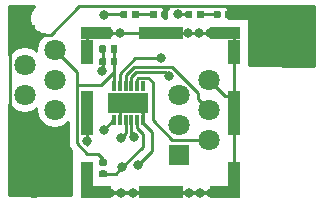
<source format=gbr>
G04 #@! TF.GenerationSoftware,KiCad,Pcbnew,5.1.5-52549c5~84~ubuntu18.04.1*
G04 #@! TF.CreationDate,2020-05-04T21:01:36+02:00*
G04 #@! TF.ProjectId,rs485_adapter,72733438-355f-4616-9461-707465722e6b,rev?*
G04 #@! TF.SameCoordinates,Original*
G04 #@! TF.FileFunction,Copper,L1,Top*
G04 #@! TF.FilePolarity,Positive*
%FSLAX46Y46*%
G04 Gerber Fmt 4.6, Leading zero omitted, Abs format (unit mm)*
G04 Created by KiCad (PCBNEW 5.1.5-52549c5~84~ubuntu18.04.1) date 2020-05-04 21:01:36*
%MOMM*%
%LPD*%
G04 APERTURE LIST*
%ADD10R,1.000000X1.000000*%
%ADD11R,1.650000X1.000000*%
%ADD12R,3.800000X1.000000*%
%ADD13R,1.000000X2.130000*%
%ADD14R,1.000000X3.800000*%
%ADD15C,0.100000*%
%ADD16C,1.800000*%
%ADD17R,1.800000X1.800000*%
%ADD18R,0.304800X0.812800*%
%ADD19R,3.403600X1.803400*%
%ADD20C,4.400000*%
%ADD21C,0.800000*%
%ADD22C,0.250000*%
%ADD23C,0.254000*%
G04 APERTURE END LIST*
D10*
X124875001Y-99395001D03*
X137375001Y-99395001D03*
X137375001Y-112855001D03*
X124875001Y-112855001D03*
D11*
X126200001Y-99395001D03*
X126200001Y-112855001D03*
D12*
X131125001Y-99395001D03*
X131125001Y-112855001D03*
D11*
X136050001Y-99395001D03*
X136050001Y-112855001D03*
D13*
X124875001Y-100960001D03*
X137375001Y-100960001D03*
D14*
X124875001Y-106125001D03*
X137375001Y-106125001D03*
D13*
X124875001Y-111290001D03*
X137375001Y-111290001D03*
G04 #@! TA.AperFunction,SMDPad,CuDef*
D15*
G36*
X127336958Y-101480710D02*
G01*
X127351276Y-101482834D01*
X127365317Y-101486351D01*
X127378946Y-101491228D01*
X127392031Y-101497417D01*
X127404447Y-101504858D01*
X127416073Y-101513481D01*
X127426798Y-101523202D01*
X127436519Y-101533927D01*
X127445142Y-101545553D01*
X127452583Y-101557969D01*
X127458772Y-101571054D01*
X127463649Y-101584683D01*
X127467166Y-101598724D01*
X127469290Y-101613042D01*
X127470000Y-101627500D01*
X127470000Y-101972500D01*
X127469290Y-101986958D01*
X127467166Y-102001276D01*
X127463649Y-102015317D01*
X127458772Y-102028946D01*
X127452583Y-102042031D01*
X127445142Y-102054447D01*
X127436519Y-102066073D01*
X127426798Y-102076798D01*
X127416073Y-102086519D01*
X127404447Y-102095142D01*
X127392031Y-102102583D01*
X127378946Y-102108772D01*
X127365317Y-102113649D01*
X127351276Y-102117166D01*
X127336958Y-102119290D01*
X127322500Y-102120000D01*
X127027500Y-102120000D01*
X127013042Y-102119290D01*
X126998724Y-102117166D01*
X126984683Y-102113649D01*
X126971054Y-102108772D01*
X126957969Y-102102583D01*
X126945553Y-102095142D01*
X126933927Y-102086519D01*
X126923202Y-102076798D01*
X126913481Y-102066073D01*
X126904858Y-102054447D01*
X126897417Y-102042031D01*
X126891228Y-102028946D01*
X126886351Y-102015317D01*
X126882834Y-102001276D01*
X126880710Y-101986958D01*
X126880000Y-101972500D01*
X126880000Y-101627500D01*
X126880710Y-101613042D01*
X126882834Y-101598724D01*
X126886351Y-101584683D01*
X126891228Y-101571054D01*
X126897417Y-101557969D01*
X126904858Y-101545553D01*
X126913481Y-101533927D01*
X126923202Y-101523202D01*
X126933927Y-101513481D01*
X126945553Y-101504858D01*
X126957969Y-101497417D01*
X126971054Y-101491228D01*
X126984683Y-101486351D01*
X126998724Y-101482834D01*
X127013042Y-101480710D01*
X127027500Y-101480000D01*
X127322500Y-101480000D01*
X127336958Y-101480710D01*
G37*
G04 #@! TD.AperFunction*
G04 #@! TA.AperFunction,SMDPad,CuDef*
G36*
X126366958Y-101480710D02*
G01*
X126381276Y-101482834D01*
X126395317Y-101486351D01*
X126408946Y-101491228D01*
X126422031Y-101497417D01*
X126434447Y-101504858D01*
X126446073Y-101513481D01*
X126456798Y-101523202D01*
X126466519Y-101533927D01*
X126475142Y-101545553D01*
X126482583Y-101557969D01*
X126488772Y-101571054D01*
X126493649Y-101584683D01*
X126497166Y-101598724D01*
X126499290Y-101613042D01*
X126500000Y-101627500D01*
X126500000Y-101972500D01*
X126499290Y-101986958D01*
X126497166Y-102001276D01*
X126493649Y-102015317D01*
X126488772Y-102028946D01*
X126482583Y-102042031D01*
X126475142Y-102054447D01*
X126466519Y-102066073D01*
X126456798Y-102076798D01*
X126446073Y-102086519D01*
X126434447Y-102095142D01*
X126422031Y-102102583D01*
X126408946Y-102108772D01*
X126395317Y-102113649D01*
X126381276Y-102117166D01*
X126366958Y-102119290D01*
X126352500Y-102120000D01*
X126057500Y-102120000D01*
X126043042Y-102119290D01*
X126028724Y-102117166D01*
X126014683Y-102113649D01*
X126001054Y-102108772D01*
X125987969Y-102102583D01*
X125975553Y-102095142D01*
X125963927Y-102086519D01*
X125953202Y-102076798D01*
X125943481Y-102066073D01*
X125934858Y-102054447D01*
X125927417Y-102042031D01*
X125921228Y-102028946D01*
X125916351Y-102015317D01*
X125912834Y-102001276D01*
X125910710Y-101986958D01*
X125910000Y-101972500D01*
X125910000Y-101627500D01*
X125910710Y-101613042D01*
X125912834Y-101598724D01*
X125916351Y-101584683D01*
X125921228Y-101571054D01*
X125927417Y-101557969D01*
X125934858Y-101545553D01*
X125943481Y-101533927D01*
X125953202Y-101523202D01*
X125963927Y-101513481D01*
X125975553Y-101504858D01*
X125987969Y-101497417D01*
X126001054Y-101491228D01*
X126014683Y-101486351D01*
X126028724Y-101482834D01*
X126043042Y-101480710D01*
X126057500Y-101480000D01*
X126352500Y-101480000D01*
X126366958Y-101480710D01*
G37*
G04 #@! TD.AperFunction*
G04 #@! TA.AperFunction,SMDPad,CuDef*
G36*
X126366958Y-100405710D02*
G01*
X126381276Y-100407834D01*
X126395317Y-100411351D01*
X126408946Y-100416228D01*
X126422031Y-100422417D01*
X126434447Y-100429858D01*
X126446073Y-100438481D01*
X126456798Y-100448202D01*
X126466519Y-100458927D01*
X126475142Y-100470553D01*
X126482583Y-100482969D01*
X126488772Y-100496054D01*
X126493649Y-100509683D01*
X126497166Y-100523724D01*
X126499290Y-100538042D01*
X126500000Y-100552500D01*
X126500000Y-100897500D01*
X126499290Y-100911958D01*
X126497166Y-100926276D01*
X126493649Y-100940317D01*
X126488772Y-100953946D01*
X126482583Y-100967031D01*
X126475142Y-100979447D01*
X126466519Y-100991073D01*
X126456798Y-101001798D01*
X126446073Y-101011519D01*
X126434447Y-101020142D01*
X126422031Y-101027583D01*
X126408946Y-101033772D01*
X126395317Y-101038649D01*
X126381276Y-101042166D01*
X126366958Y-101044290D01*
X126352500Y-101045000D01*
X126057500Y-101045000D01*
X126043042Y-101044290D01*
X126028724Y-101042166D01*
X126014683Y-101038649D01*
X126001054Y-101033772D01*
X125987969Y-101027583D01*
X125975553Y-101020142D01*
X125963927Y-101011519D01*
X125953202Y-101001798D01*
X125943481Y-100991073D01*
X125934858Y-100979447D01*
X125927417Y-100967031D01*
X125921228Y-100953946D01*
X125916351Y-100940317D01*
X125912834Y-100926276D01*
X125910710Y-100911958D01*
X125910000Y-100897500D01*
X125910000Y-100552500D01*
X125910710Y-100538042D01*
X125912834Y-100523724D01*
X125916351Y-100509683D01*
X125921228Y-100496054D01*
X125927417Y-100482969D01*
X125934858Y-100470553D01*
X125943481Y-100458927D01*
X125953202Y-100448202D01*
X125963927Y-100438481D01*
X125975553Y-100429858D01*
X125987969Y-100422417D01*
X126001054Y-100416228D01*
X126014683Y-100411351D01*
X126028724Y-100407834D01*
X126043042Y-100405710D01*
X126057500Y-100405000D01*
X126352500Y-100405000D01*
X126366958Y-100405710D01*
G37*
G04 #@! TD.AperFunction*
G04 #@! TA.AperFunction,SMDPad,CuDef*
G36*
X127336958Y-100405710D02*
G01*
X127351276Y-100407834D01*
X127365317Y-100411351D01*
X127378946Y-100416228D01*
X127392031Y-100422417D01*
X127404447Y-100429858D01*
X127416073Y-100438481D01*
X127426798Y-100448202D01*
X127436519Y-100458927D01*
X127445142Y-100470553D01*
X127452583Y-100482969D01*
X127458772Y-100496054D01*
X127463649Y-100509683D01*
X127467166Y-100523724D01*
X127469290Y-100538042D01*
X127470000Y-100552500D01*
X127470000Y-100897500D01*
X127469290Y-100911958D01*
X127467166Y-100926276D01*
X127463649Y-100940317D01*
X127458772Y-100953946D01*
X127452583Y-100967031D01*
X127445142Y-100979447D01*
X127436519Y-100991073D01*
X127426798Y-101001798D01*
X127416073Y-101011519D01*
X127404447Y-101020142D01*
X127392031Y-101027583D01*
X127378946Y-101033772D01*
X127365317Y-101038649D01*
X127351276Y-101042166D01*
X127336958Y-101044290D01*
X127322500Y-101045000D01*
X127027500Y-101045000D01*
X127013042Y-101044290D01*
X126998724Y-101042166D01*
X126984683Y-101038649D01*
X126971054Y-101033772D01*
X126957969Y-101027583D01*
X126945553Y-101020142D01*
X126933927Y-101011519D01*
X126923202Y-101001798D01*
X126913481Y-100991073D01*
X126904858Y-100979447D01*
X126897417Y-100967031D01*
X126891228Y-100953946D01*
X126886351Y-100940317D01*
X126882834Y-100926276D01*
X126880710Y-100911958D01*
X126880000Y-100897500D01*
X126880000Y-100552500D01*
X126880710Y-100538042D01*
X126882834Y-100523724D01*
X126886351Y-100509683D01*
X126891228Y-100496054D01*
X126897417Y-100482969D01*
X126904858Y-100470553D01*
X126913481Y-100458927D01*
X126923202Y-100448202D01*
X126933927Y-100438481D01*
X126945553Y-100429858D01*
X126957969Y-100422417D01*
X126971054Y-100416228D01*
X126984683Y-100411351D01*
X126998724Y-100407834D01*
X127013042Y-100405710D01*
X127027500Y-100405000D01*
X127322500Y-100405000D01*
X127336958Y-100405710D01*
G37*
G04 #@! TD.AperFunction*
D16*
X122140000Y-103310000D03*
X119600000Y-102040000D03*
X122140000Y-100770000D03*
D17*
X119600000Y-99500000D03*
D16*
X119600000Y-104580000D03*
X122140000Y-105850000D03*
X135180000Y-103340000D03*
X132640000Y-104610000D03*
D17*
X132640000Y-109690000D03*
D16*
X135180000Y-108420000D03*
X132640000Y-107150000D03*
X135180000Y-105880000D03*
G04 #@! TA.AperFunction,SMDPad,CuDef*
D15*
G36*
X126426958Y-111010710D02*
G01*
X126441276Y-111012834D01*
X126455317Y-111016351D01*
X126468946Y-111021228D01*
X126482031Y-111027417D01*
X126494447Y-111034858D01*
X126506073Y-111043481D01*
X126516798Y-111053202D01*
X126526519Y-111063927D01*
X126535142Y-111075553D01*
X126542583Y-111087969D01*
X126548772Y-111101054D01*
X126553649Y-111114683D01*
X126557166Y-111128724D01*
X126559290Y-111143042D01*
X126560000Y-111157500D01*
X126560000Y-111452500D01*
X126559290Y-111466958D01*
X126557166Y-111481276D01*
X126553649Y-111495317D01*
X126548772Y-111508946D01*
X126542583Y-111522031D01*
X126535142Y-111534447D01*
X126526519Y-111546073D01*
X126516798Y-111556798D01*
X126506073Y-111566519D01*
X126494447Y-111575142D01*
X126482031Y-111582583D01*
X126468946Y-111588772D01*
X126455317Y-111593649D01*
X126441276Y-111597166D01*
X126426958Y-111599290D01*
X126412500Y-111600000D01*
X126067500Y-111600000D01*
X126053042Y-111599290D01*
X126038724Y-111597166D01*
X126024683Y-111593649D01*
X126011054Y-111588772D01*
X125997969Y-111582583D01*
X125985553Y-111575142D01*
X125973927Y-111566519D01*
X125963202Y-111556798D01*
X125953481Y-111546073D01*
X125944858Y-111534447D01*
X125937417Y-111522031D01*
X125931228Y-111508946D01*
X125926351Y-111495317D01*
X125922834Y-111481276D01*
X125920710Y-111466958D01*
X125920000Y-111452500D01*
X125920000Y-111157500D01*
X125920710Y-111143042D01*
X125922834Y-111128724D01*
X125926351Y-111114683D01*
X125931228Y-111101054D01*
X125937417Y-111087969D01*
X125944858Y-111075553D01*
X125953481Y-111063927D01*
X125963202Y-111053202D01*
X125973927Y-111043481D01*
X125985553Y-111034858D01*
X125997969Y-111027417D01*
X126011054Y-111021228D01*
X126024683Y-111016351D01*
X126038724Y-111012834D01*
X126053042Y-111010710D01*
X126067500Y-111010000D01*
X126412500Y-111010000D01*
X126426958Y-111010710D01*
G37*
G04 #@! TD.AperFunction*
G04 #@! TA.AperFunction,SMDPad,CuDef*
G36*
X126426958Y-110040710D02*
G01*
X126441276Y-110042834D01*
X126455317Y-110046351D01*
X126468946Y-110051228D01*
X126482031Y-110057417D01*
X126494447Y-110064858D01*
X126506073Y-110073481D01*
X126516798Y-110083202D01*
X126526519Y-110093927D01*
X126535142Y-110105553D01*
X126542583Y-110117969D01*
X126548772Y-110131054D01*
X126553649Y-110144683D01*
X126557166Y-110158724D01*
X126559290Y-110173042D01*
X126560000Y-110187500D01*
X126560000Y-110482500D01*
X126559290Y-110496958D01*
X126557166Y-110511276D01*
X126553649Y-110525317D01*
X126548772Y-110538946D01*
X126542583Y-110552031D01*
X126535142Y-110564447D01*
X126526519Y-110576073D01*
X126516798Y-110586798D01*
X126506073Y-110596519D01*
X126494447Y-110605142D01*
X126482031Y-110612583D01*
X126468946Y-110618772D01*
X126455317Y-110623649D01*
X126441276Y-110627166D01*
X126426958Y-110629290D01*
X126412500Y-110630000D01*
X126067500Y-110630000D01*
X126053042Y-110629290D01*
X126038724Y-110627166D01*
X126024683Y-110623649D01*
X126011054Y-110618772D01*
X125997969Y-110612583D01*
X125985553Y-110605142D01*
X125973927Y-110596519D01*
X125963202Y-110586798D01*
X125953481Y-110576073D01*
X125944858Y-110564447D01*
X125937417Y-110552031D01*
X125931228Y-110538946D01*
X125926351Y-110525317D01*
X125922834Y-110511276D01*
X125920710Y-110496958D01*
X125920000Y-110482500D01*
X125920000Y-110187500D01*
X125920710Y-110173042D01*
X125922834Y-110158724D01*
X125926351Y-110144683D01*
X125931228Y-110131054D01*
X125937417Y-110117969D01*
X125944858Y-110105553D01*
X125953481Y-110093927D01*
X125963202Y-110083202D01*
X125973927Y-110073481D01*
X125985553Y-110064858D01*
X125997969Y-110057417D01*
X126011054Y-110051228D01*
X126024683Y-110046351D01*
X126038724Y-110042834D01*
X126053042Y-110040710D01*
X126067500Y-110040000D01*
X126412500Y-110040000D01*
X126426958Y-110040710D01*
G37*
G04 #@! TD.AperFunction*
D18*
X127150000Y-106767800D03*
X127650000Y-106767800D03*
X128150000Y-106767800D03*
X128650000Y-106767800D03*
X129150000Y-106767800D03*
X129650000Y-106767800D03*
X129650000Y-103872200D03*
X129150000Y-103872200D03*
X128650000Y-103872200D03*
X128150000Y-103872200D03*
X127650000Y-103872200D03*
X127150000Y-103872200D03*
D19*
X128400000Y-105320000D03*
G04 #@! TA.AperFunction,SMDPad,CuDef*
D15*
G36*
X137046958Y-97480710D02*
G01*
X137061276Y-97482834D01*
X137075317Y-97486351D01*
X137088946Y-97491228D01*
X137102031Y-97497417D01*
X137114447Y-97504858D01*
X137126073Y-97513481D01*
X137136798Y-97523202D01*
X137146519Y-97533927D01*
X137155142Y-97545553D01*
X137162583Y-97557969D01*
X137168772Y-97571054D01*
X137173649Y-97584683D01*
X137177166Y-97598724D01*
X137179290Y-97613042D01*
X137180000Y-97627500D01*
X137180000Y-97972500D01*
X137179290Y-97986958D01*
X137177166Y-98001276D01*
X137173649Y-98015317D01*
X137168772Y-98028946D01*
X137162583Y-98042031D01*
X137155142Y-98054447D01*
X137146519Y-98066073D01*
X137136798Y-98076798D01*
X137126073Y-98086519D01*
X137114447Y-98095142D01*
X137102031Y-98102583D01*
X137088946Y-98108772D01*
X137075317Y-98113649D01*
X137061276Y-98117166D01*
X137046958Y-98119290D01*
X137032500Y-98120000D01*
X136737500Y-98120000D01*
X136723042Y-98119290D01*
X136708724Y-98117166D01*
X136694683Y-98113649D01*
X136681054Y-98108772D01*
X136667969Y-98102583D01*
X136655553Y-98095142D01*
X136643927Y-98086519D01*
X136633202Y-98076798D01*
X136623481Y-98066073D01*
X136614858Y-98054447D01*
X136607417Y-98042031D01*
X136601228Y-98028946D01*
X136596351Y-98015317D01*
X136592834Y-98001276D01*
X136590710Y-97986958D01*
X136590000Y-97972500D01*
X136590000Y-97627500D01*
X136590710Y-97613042D01*
X136592834Y-97598724D01*
X136596351Y-97584683D01*
X136601228Y-97571054D01*
X136607417Y-97557969D01*
X136614858Y-97545553D01*
X136623481Y-97533927D01*
X136633202Y-97523202D01*
X136643927Y-97513481D01*
X136655553Y-97504858D01*
X136667969Y-97497417D01*
X136681054Y-97491228D01*
X136694683Y-97486351D01*
X136708724Y-97482834D01*
X136723042Y-97480710D01*
X136737500Y-97480000D01*
X137032500Y-97480000D01*
X137046958Y-97480710D01*
G37*
G04 #@! TD.AperFunction*
G04 #@! TA.AperFunction,SMDPad,CuDef*
G36*
X136076958Y-97480710D02*
G01*
X136091276Y-97482834D01*
X136105317Y-97486351D01*
X136118946Y-97491228D01*
X136132031Y-97497417D01*
X136144447Y-97504858D01*
X136156073Y-97513481D01*
X136166798Y-97523202D01*
X136176519Y-97533927D01*
X136185142Y-97545553D01*
X136192583Y-97557969D01*
X136198772Y-97571054D01*
X136203649Y-97584683D01*
X136207166Y-97598724D01*
X136209290Y-97613042D01*
X136210000Y-97627500D01*
X136210000Y-97972500D01*
X136209290Y-97986958D01*
X136207166Y-98001276D01*
X136203649Y-98015317D01*
X136198772Y-98028946D01*
X136192583Y-98042031D01*
X136185142Y-98054447D01*
X136176519Y-98066073D01*
X136166798Y-98076798D01*
X136156073Y-98086519D01*
X136144447Y-98095142D01*
X136132031Y-98102583D01*
X136118946Y-98108772D01*
X136105317Y-98113649D01*
X136091276Y-98117166D01*
X136076958Y-98119290D01*
X136062500Y-98120000D01*
X135767500Y-98120000D01*
X135753042Y-98119290D01*
X135738724Y-98117166D01*
X135724683Y-98113649D01*
X135711054Y-98108772D01*
X135697969Y-98102583D01*
X135685553Y-98095142D01*
X135673927Y-98086519D01*
X135663202Y-98076798D01*
X135653481Y-98066073D01*
X135644858Y-98054447D01*
X135637417Y-98042031D01*
X135631228Y-98028946D01*
X135626351Y-98015317D01*
X135622834Y-98001276D01*
X135620710Y-97986958D01*
X135620000Y-97972500D01*
X135620000Y-97627500D01*
X135620710Y-97613042D01*
X135622834Y-97598724D01*
X135626351Y-97584683D01*
X135631228Y-97571054D01*
X135637417Y-97557969D01*
X135644858Y-97545553D01*
X135653481Y-97533927D01*
X135663202Y-97523202D01*
X135673927Y-97513481D01*
X135685553Y-97504858D01*
X135697969Y-97497417D01*
X135711054Y-97491228D01*
X135724683Y-97486351D01*
X135738724Y-97482834D01*
X135753042Y-97480710D01*
X135767500Y-97480000D01*
X136062500Y-97480000D01*
X136076958Y-97480710D01*
G37*
G04 #@! TD.AperFunction*
G04 #@! TA.AperFunction,SMDPad,CuDef*
G36*
X130676958Y-97480710D02*
G01*
X130691276Y-97482834D01*
X130705317Y-97486351D01*
X130718946Y-97491228D01*
X130732031Y-97497417D01*
X130744447Y-97504858D01*
X130756073Y-97513481D01*
X130766798Y-97523202D01*
X130776519Y-97533927D01*
X130785142Y-97545553D01*
X130792583Y-97557969D01*
X130798772Y-97571054D01*
X130803649Y-97584683D01*
X130807166Y-97598724D01*
X130809290Y-97613042D01*
X130810000Y-97627500D01*
X130810000Y-97972500D01*
X130809290Y-97986958D01*
X130807166Y-98001276D01*
X130803649Y-98015317D01*
X130798772Y-98028946D01*
X130792583Y-98042031D01*
X130785142Y-98054447D01*
X130776519Y-98066073D01*
X130766798Y-98076798D01*
X130756073Y-98086519D01*
X130744447Y-98095142D01*
X130732031Y-98102583D01*
X130718946Y-98108772D01*
X130705317Y-98113649D01*
X130691276Y-98117166D01*
X130676958Y-98119290D01*
X130662500Y-98120000D01*
X130367500Y-98120000D01*
X130353042Y-98119290D01*
X130338724Y-98117166D01*
X130324683Y-98113649D01*
X130311054Y-98108772D01*
X130297969Y-98102583D01*
X130285553Y-98095142D01*
X130273927Y-98086519D01*
X130263202Y-98076798D01*
X130253481Y-98066073D01*
X130244858Y-98054447D01*
X130237417Y-98042031D01*
X130231228Y-98028946D01*
X130226351Y-98015317D01*
X130222834Y-98001276D01*
X130220710Y-97986958D01*
X130220000Y-97972500D01*
X130220000Y-97627500D01*
X130220710Y-97613042D01*
X130222834Y-97598724D01*
X130226351Y-97584683D01*
X130231228Y-97571054D01*
X130237417Y-97557969D01*
X130244858Y-97545553D01*
X130253481Y-97533927D01*
X130263202Y-97523202D01*
X130273927Y-97513481D01*
X130285553Y-97504858D01*
X130297969Y-97497417D01*
X130311054Y-97491228D01*
X130324683Y-97486351D01*
X130338724Y-97482834D01*
X130353042Y-97480710D01*
X130367500Y-97480000D01*
X130662500Y-97480000D01*
X130676958Y-97480710D01*
G37*
G04 #@! TD.AperFunction*
G04 #@! TA.AperFunction,SMDPad,CuDef*
G36*
X131646958Y-97480710D02*
G01*
X131661276Y-97482834D01*
X131675317Y-97486351D01*
X131688946Y-97491228D01*
X131702031Y-97497417D01*
X131714447Y-97504858D01*
X131726073Y-97513481D01*
X131736798Y-97523202D01*
X131746519Y-97533927D01*
X131755142Y-97545553D01*
X131762583Y-97557969D01*
X131768772Y-97571054D01*
X131773649Y-97584683D01*
X131777166Y-97598724D01*
X131779290Y-97613042D01*
X131780000Y-97627500D01*
X131780000Y-97972500D01*
X131779290Y-97986958D01*
X131777166Y-98001276D01*
X131773649Y-98015317D01*
X131768772Y-98028946D01*
X131762583Y-98042031D01*
X131755142Y-98054447D01*
X131746519Y-98066073D01*
X131736798Y-98076798D01*
X131726073Y-98086519D01*
X131714447Y-98095142D01*
X131702031Y-98102583D01*
X131688946Y-98108772D01*
X131675317Y-98113649D01*
X131661276Y-98117166D01*
X131646958Y-98119290D01*
X131632500Y-98120000D01*
X131337500Y-98120000D01*
X131323042Y-98119290D01*
X131308724Y-98117166D01*
X131294683Y-98113649D01*
X131281054Y-98108772D01*
X131267969Y-98102583D01*
X131255553Y-98095142D01*
X131243927Y-98086519D01*
X131233202Y-98076798D01*
X131223481Y-98066073D01*
X131214858Y-98054447D01*
X131207417Y-98042031D01*
X131201228Y-98028946D01*
X131196351Y-98015317D01*
X131192834Y-98001276D01*
X131190710Y-97986958D01*
X131190000Y-97972500D01*
X131190000Y-97627500D01*
X131190710Y-97613042D01*
X131192834Y-97598724D01*
X131196351Y-97584683D01*
X131201228Y-97571054D01*
X131207417Y-97557969D01*
X131214858Y-97545553D01*
X131223481Y-97533927D01*
X131233202Y-97523202D01*
X131243927Y-97513481D01*
X131255553Y-97504858D01*
X131267969Y-97497417D01*
X131281054Y-97491228D01*
X131294683Y-97486351D01*
X131308724Y-97482834D01*
X131323042Y-97480710D01*
X131337500Y-97480000D01*
X131632500Y-97480000D01*
X131646958Y-97480710D01*
G37*
G04 #@! TD.AperFunction*
D20*
X120375000Y-111150000D03*
X141475000Y-99675000D03*
G04 #@! TA.AperFunction,SMDPad,CuDef*
D15*
G36*
X134646958Y-97480710D02*
G01*
X134661276Y-97482834D01*
X134675317Y-97486351D01*
X134688946Y-97491228D01*
X134702031Y-97497417D01*
X134714447Y-97504858D01*
X134726073Y-97513481D01*
X134736798Y-97523202D01*
X134746519Y-97533927D01*
X134755142Y-97545553D01*
X134762583Y-97557969D01*
X134768772Y-97571054D01*
X134773649Y-97584683D01*
X134777166Y-97598724D01*
X134779290Y-97613042D01*
X134780000Y-97627500D01*
X134780000Y-97972500D01*
X134779290Y-97986958D01*
X134777166Y-98001276D01*
X134773649Y-98015317D01*
X134768772Y-98028946D01*
X134762583Y-98042031D01*
X134755142Y-98054447D01*
X134746519Y-98066073D01*
X134736798Y-98076798D01*
X134726073Y-98086519D01*
X134714447Y-98095142D01*
X134702031Y-98102583D01*
X134688946Y-98108772D01*
X134675317Y-98113649D01*
X134661276Y-98117166D01*
X134646958Y-98119290D01*
X134632500Y-98120000D01*
X134337500Y-98120000D01*
X134323042Y-98119290D01*
X134308724Y-98117166D01*
X134294683Y-98113649D01*
X134281054Y-98108772D01*
X134267969Y-98102583D01*
X134255553Y-98095142D01*
X134243927Y-98086519D01*
X134233202Y-98076798D01*
X134223481Y-98066073D01*
X134214858Y-98054447D01*
X134207417Y-98042031D01*
X134201228Y-98028946D01*
X134196351Y-98015317D01*
X134192834Y-98001276D01*
X134190710Y-97986958D01*
X134190000Y-97972500D01*
X134190000Y-97627500D01*
X134190710Y-97613042D01*
X134192834Y-97598724D01*
X134196351Y-97584683D01*
X134201228Y-97571054D01*
X134207417Y-97557969D01*
X134214858Y-97545553D01*
X134223481Y-97533927D01*
X134233202Y-97523202D01*
X134243927Y-97513481D01*
X134255553Y-97504858D01*
X134267969Y-97497417D01*
X134281054Y-97491228D01*
X134294683Y-97486351D01*
X134308724Y-97482834D01*
X134323042Y-97480710D01*
X134337500Y-97480000D01*
X134632500Y-97480000D01*
X134646958Y-97480710D01*
G37*
G04 #@! TD.AperFunction*
G04 #@! TA.AperFunction,SMDPad,CuDef*
G36*
X133676958Y-97480710D02*
G01*
X133691276Y-97482834D01*
X133705317Y-97486351D01*
X133718946Y-97491228D01*
X133732031Y-97497417D01*
X133744447Y-97504858D01*
X133756073Y-97513481D01*
X133766798Y-97523202D01*
X133776519Y-97533927D01*
X133785142Y-97545553D01*
X133792583Y-97557969D01*
X133798772Y-97571054D01*
X133803649Y-97584683D01*
X133807166Y-97598724D01*
X133809290Y-97613042D01*
X133810000Y-97627500D01*
X133810000Y-97972500D01*
X133809290Y-97986958D01*
X133807166Y-98001276D01*
X133803649Y-98015317D01*
X133798772Y-98028946D01*
X133792583Y-98042031D01*
X133785142Y-98054447D01*
X133776519Y-98066073D01*
X133766798Y-98076798D01*
X133756073Y-98086519D01*
X133744447Y-98095142D01*
X133732031Y-98102583D01*
X133718946Y-98108772D01*
X133705317Y-98113649D01*
X133691276Y-98117166D01*
X133676958Y-98119290D01*
X133662500Y-98120000D01*
X133367500Y-98120000D01*
X133353042Y-98119290D01*
X133338724Y-98117166D01*
X133324683Y-98113649D01*
X133311054Y-98108772D01*
X133297969Y-98102583D01*
X133285553Y-98095142D01*
X133273927Y-98086519D01*
X133263202Y-98076798D01*
X133253481Y-98066073D01*
X133244858Y-98054447D01*
X133237417Y-98042031D01*
X133231228Y-98028946D01*
X133226351Y-98015317D01*
X133222834Y-98001276D01*
X133220710Y-97986958D01*
X133220000Y-97972500D01*
X133220000Y-97627500D01*
X133220710Y-97613042D01*
X133222834Y-97598724D01*
X133226351Y-97584683D01*
X133231228Y-97571054D01*
X133237417Y-97557969D01*
X133244858Y-97545553D01*
X133253481Y-97533927D01*
X133263202Y-97523202D01*
X133273927Y-97513481D01*
X133285553Y-97504858D01*
X133297969Y-97497417D01*
X133311054Y-97491228D01*
X133324683Y-97486351D01*
X133338724Y-97482834D01*
X133353042Y-97480710D01*
X133367500Y-97480000D01*
X133662500Y-97480000D01*
X133676958Y-97480710D01*
G37*
G04 #@! TD.AperFunction*
G04 #@! TA.AperFunction,SMDPad,CuDef*
G36*
X128176958Y-97480710D02*
G01*
X128191276Y-97482834D01*
X128205317Y-97486351D01*
X128218946Y-97491228D01*
X128232031Y-97497417D01*
X128244447Y-97504858D01*
X128256073Y-97513481D01*
X128266798Y-97523202D01*
X128276519Y-97533927D01*
X128285142Y-97545553D01*
X128292583Y-97557969D01*
X128298772Y-97571054D01*
X128303649Y-97584683D01*
X128307166Y-97598724D01*
X128309290Y-97613042D01*
X128310000Y-97627500D01*
X128310000Y-97972500D01*
X128309290Y-97986958D01*
X128307166Y-98001276D01*
X128303649Y-98015317D01*
X128298772Y-98028946D01*
X128292583Y-98042031D01*
X128285142Y-98054447D01*
X128276519Y-98066073D01*
X128266798Y-98076798D01*
X128256073Y-98086519D01*
X128244447Y-98095142D01*
X128232031Y-98102583D01*
X128218946Y-98108772D01*
X128205317Y-98113649D01*
X128191276Y-98117166D01*
X128176958Y-98119290D01*
X128162500Y-98120000D01*
X127867500Y-98120000D01*
X127853042Y-98119290D01*
X127838724Y-98117166D01*
X127824683Y-98113649D01*
X127811054Y-98108772D01*
X127797969Y-98102583D01*
X127785553Y-98095142D01*
X127773927Y-98086519D01*
X127763202Y-98076798D01*
X127753481Y-98066073D01*
X127744858Y-98054447D01*
X127737417Y-98042031D01*
X127731228Y-98028946D01*
X127726351Y-98015317D01*
X127722834Y-98001276D01*
X127720710Y-97986958D01*
X127720000Y-97972500D01*
X127720000Y-97627500D01*
X127720710Y-97613042D01*
X127722834Y-97598724D01*
X127726351Y-97584683D01*
X127731228Y-97571054D01*
X127737417Y-97557969D01*
X127744858Y-97545553D01*
X127753481Y-97533927D01*
X127763202Y-97523202D01*
X127773927Y-97513481D01*
X127785553Y-97504858D01*
X127797969Y-97497417D01*
X127811054Y-97491228D01*
X127824683Y-97486351D01*
X127838724Y-97482834D01*
X127853042Y-97480710D01*
X127867500Y-97480000D01*
X128162500Y-97480000D01*
X128176958Y-97480710D01*
G37*
G04 #@! TD.AperFunction*
G04 #@! TA.AperFunction,SMDPad,CuDef*
G36*
X129146958Y-97480710D02*
G01*
X129161276Y-97482834D01*
X129175317Y-97486351D01*
X129188946Y-97491228D01*
X129202031Y-97497417D01*
X129214447Y-97504858D01*
X129226073Y-97513481D01*
X129236798Y-97523202D01*
X129246519Y-97533927D01*
X129255142Y-97545553D01*
X129262583Y-97557969D01*
X129268772Y-97571054D01*
X129273649Y-97584683D01*
X129277166Y-97598724D01*
X129279290Y-97613042D01*
X129280000Y-97627500D01*
X129280000Y-97972500D01*
X129279290Y-97986958D01*
X129277166Y-98001276D01*
X129273649Y-98015317D01*
X129268772Y-98028946D01*
X129262583Y-98042031D01*
X129255142Y-98054447D01*
X129246519Y-98066073D01*
X129236798Y-98076798D01*
X129226073Y-98086519D01*
X129214447Y-98095142D01*
X129202031Y-98102583D01*
X129188946Y-98108772D01*
X129175317Y-98113649D01*
X129161276Y-98117166D01*
X129146958Y-98119290D01*
X129132500Y-98120000D01*
X128837500Y-98120000D01*
X128823042Y-98119290D01*
X128808724Y-98117166D01*
X128794683Y-98113649D01*
X128781054Y-98108772D01*
X128767969Y-98102583D01*
X128755553Y-98095142D01*
X128743927Y-98086519D01*
X128733202Y-98076798D01*
X128723481Y-98066073D01*
X128714858Y-98054447D01*
X128707417Y-98042031D01*
X128701228Y-98028946D01*
X128696351Y-98015317D01*
X128692834Y-98001276D01*
X128690710Y-97986958D01*
X128690000Y-97972500D01*
X128690000Y-97627500D01*
X128690710Y-97613042D01*
X128692834Y-97598724D01*
X128696351Y-97584683D01*
X128701228Y-97571054D01*
X128707417Y-97557969D01*
X128714858Y-97545553D01*
X128723481Y-97533927D01*
X128733202Y-97523202D01*
X128743927Y-97513481D01*
X128755553Y-97504858D01*
X128767969Y-97497417D01*
X128781054Y-97491228D01*
X128794683Y-97486351D01*
X128808724Y-97482834D01*
X128823042Y-97480710D01*
X128837500Y-97480000D01*
X129132500Y-97480000D01*
X129146958Y-97480710D01*
G37*
G04 #@! TD.AperFunction*
D21*
X126160000Y-102630000D03*
X129210000Y-110580000D03*
X137400000Y-101300000D03*
X137400000Y-100300000D03*
X124900000Y-101400000D03*
X124900000Y-100400000D03*
X124900000Y-111100000D03*
X124900000Y-112000000D03*
X124900000Y-106600000D03*
X124900000Y-107500000D03*
X124900000Y-105600000D03*
X124900000Y-104700000D03*
X137400000Y-104700000D03*
X137400000Y-105600000D03*
X137400000Y-106600000D03*
X137400000Y-107500000D03*
X137400000Y-112000000D03*
X125900000Y-112895001D03*
X135400000Y-112895001D03*
X134475001Y-112895001D03*
X126875001Y-112895001D03*
X133500000Y-112895001D03*
X128775001Y-112895001D03*
X129700000Y-112895001D03*
X137300000Y-112895001D03*
X130675001Y-112895001D03*
X127800000Y-112895001D03*
X131600000Y-112895001D03*
X132575001Y-112895001D03*
X136375001Y-112895001D03*
X124975001Y-112895001D03*
X137200000Y-99395001D03*
X136275001Y-99395001D03*
X133400000Y-99395001D03*
X134375001Y-99395001D03*
X135300000Y-99395001D03*
X129600000Y-99395001D03*
X130575001Y-99395001D03*
X131500000Y-99395001D03*
X127700000Y-99395001D03*
X126775001Y-99395001D03*
X124875001Y-99395001D03*
X125800000Y-99395001D03*
X137375001Y-111100000D03*
X124900000Y-108500000D03*
X126300000Y-107560000D03*
X126370000Y-97880000D03*
X128890247Y-108189753D03*
X132600000Y-97799999D03*
X127760000Y-108250000D03*
X131120000Y-101515773D03*
X131863848Y-103046152D03*
X127870000Y-110750000D03*
D22*
X122140000Y-100770000D02*
X124015010Y-102645010D01*
X124916998Y-109590000D02*
X124015010Y-108688012D01*
X125790000Y-109590000D02*
X124916998Y-109590000D01*
X126240000Y-110040000D02*
X125790000Y-109590000D01*
X126240000Y-110335000D02*
X126240000Y-110040000D01*
X127175000Y-102120000D02*
X127175000Y-101800000D01*
X126097992Y-103765010D02*
X127175000Y-102688002D01*
X127175000Y-102688002D02*
X127175000Y-102120000D01*
X124015010Y-103765010D02*
X126097992Y-103765010D01*
X124015010Y-103765010D02*
X124015010Y-102645010D01*
X124015010Y-108688012D02*
X124015010Y-103765010D01*
X127150000Y-103215800D02*
X127150000Y-103872200D01*
X127150000Y-101070000D02*
X127150000Y-103215800D01*
X127175000Y-101045000D02*
X127150000Y-101070000D01*
X127175000Y-100725000D02*
X127175000Y-101045000D01*
X120375000Y-108038731D02*
X120375000Y-111150000D01*
X118374999Y-99575001D02*
X118374999Y-106038730D01*
X118374999Y-106038730D02*
X120375000Y-108038731D01*
X118450000Y-99500000D02*
X118374999Y-99575001D01*
X119600000Y-99500000D02*
X118450000Y-99500000D01*
X138874999Y-97074999D02*
X139275001Y-97475001D01*
X139275001Y-97475001D02*
X141475000Y-99675000D01*
X121800000Y-99500000D02*
X124225001Y-97074999D01*
X119600000Y-99500000D02*
X121800000Y-99500000D01*
X131485000Y-97089999D02*
X131500000Y-97074999D01*
X131485000Y-97800000D02*
X131485000Y-97089999D01*
X124225001Y-97074999D02*
X131500000Y-97074999D01*
X136885000Y-97380000D02*
X136900000Y-97365000D01*
X136885000Y-97800000D02*
X136885000Y-97380000D01*
X136900000Y-97365000D02*
X136900000Y-97074999D01*
X131500000Y-97074999D02*
X136900000Y-97074999D01*
X136900000Y-97074999D02*
X138874999Y-97074999D01*
X126205000Y-100725000D02*
X126205000Y-101800000D01*
X126205000Y-101800000D02*
X126205000Y-102585000D01*
X126205000Y-102585000D02*
X126160000Y-102630000D01*
X129210000Y-110580000D02*
X130390000Y-109400000D01*
X130390000Y-107761800D02*
X129650000Y-107021800D01*
X129650000Y-107021800D02*
X129650000Y-106767800D01*
X130390000Y-109400000D02*
X130390000Y-107761800D01*
X128846002Y-105320000D02*
X128400000Y-105320000D01*
X129650000Y-106123998D02*
X128846002Y-105320000D01*
X129650000Y-106767800D02*
X129650000Y-106123998D01*
X127650000Y-106070000D02*
X128400000Y-105320000D01*
X127650000Y-106767800D02*
X127650000Y-106070000D01*
X126800000Y-112895001D02*
X131225001Y-112895001D01*
X133375001Y-112895001D02*
X137475001Y-112895001D01*
X124975001Y-112895001D02*
X124975001Y-112895001D01*
X124975001Y-112895001D02*
X125900000Y-112895001D01*
X131225001Y-112895001D02*
X133375001Y-112895001D01*
X125900000Y-112895001D02*
X126800000Y-112895001D01*
X124875001Y-99395001D02*
X124875001Y-99395001D01*
X133275001Y-99395001D02*
X137375001Y-99395001D01*
X131125001Y-99395001D02*
X133275001Y-99395001D01*
X137375001Y-111290001D02*
X137375001Y-111100000D01*
X137375001Y-112855001D02*
X131125001Y-112855001D01*
X131125001Y-112855001D02*
X126200001Y-112855001D01*
X124875001Y-108275001D02*
X124900000Y-108300000D01*
X124875001Y-106125001D02*
X124875001Y-108275001D01*
X124900000Y-108300000D02*
X124900000Y-108825000D01*
X124875001Y-99395001D02*
X125800000Y-99395001D01*
X125800000Y-99395001D02*
X126700000Y-99395001D01*
X126700000Y-99395001D02*
X131125001Y-99395001D01*
X137375001Y-111100000D02*
X137375001Y-109975001D01*
X124875001Y-111975001D02*
X124900000Y-112000000D01*
X124875001Y-111290001D02*
X124875001Y-111975001D01*
X124900000Y-112830002D02*
X124875001Y-112855001D01*
X124900000Y-111100000D02*
X124900000Y-112830002D01*
X137375001Y-111290001D02*
X137375001Y-112855001D01*
X137375001Y-99395001D02*
X137375001Y-100960001D01*
X124875001Y-99395001D02*
X124875001Y-100960001D01*
X136540000Y-104700000D02*
X137400000Y-104700000D01*
X135180000Y-103340000D02*
X136540000Y-104700000D01*
X137375001Y-104675001D02*
X137400000Y-104700000D01*
X137375001Y-100960001D02*
X137375001Y-104675001D01*
X137375001Y-107524999D02*
X137400000Y-107500000D01*
X137375001Y-111290001D02*
X137375001Y-107524999D01*
X127150000Y-106767800D02*
X127092200Y-106767800D01*
X127092200Y-106767800D02*
X126300000Y-107560000D01*
X128015000Y-97800000D02*
X126450000Y-97800000D01*
X126450000Y-97800000D02*
X126370000Y-97880000D01*
X128650000Y-106767800D02*
X128650000Y-107949506D01*
X128650000Y-107949506D02*
X128890247Y-108189753D01*
X133515000Y-97800000D02*
X132600001Y-97800000D01*
X132600001Y-97800000D02*
X132600000Y-97799999D01*
X128150000Y-106767800D02*
X128150000Y-107860000D01*
X128150000Y-107860000D02*
X127760000Y-108250000D01*
X134280001Y-104980001D02*
X135180000Y-105880000D01*
X128864806Y-102240773D02*
X132083775Y-102240773D01*
X134280001Y-104436999D02*
X134280001Y-104980001D01*
X128150000Y-102955580D02*
X128864806Y-102240773D01*
X132083775Y-102240773D02*
X134280001Y-104436999D01*
X128150000Y-103872200D02*
X128150000Y-102955580D01*
X127650000Y-103872200D02*
X127650000Y-103030000D01*
X128953396Y-101515773D02*
X131120000Y-101515773D01*
X127650000Y-103030000D02*
X127650000Y-102819169D01*
X127650000Y-102819169D02*
X128953396Y-101515773D01*
X130062401Y-103140799D02*
X130440000Y-103518398D01*
X129237599Y-103140799D02*
X130062401Y-103140799D01*
X129150000Y-103872200D02*
X129150000Y-103228398D01*
X129150000Y-103228398D02*
X129237599Y-103140799D01*
X133907208Y-108420000D02*
X135180000Y-108420000D01*
X132096998Y-108420000D02*
X133907208Y-108420000D01*
X130440000Y-106763002D02*
X132096998Y-108420000D01*
X130440000Y-103518398D02*
X130440000Y-106763002D01*
X128650000Y-103872200D02*
X128650000Y-103091988D01*
X129051199Y-102690789D02*
X130248802Y-102690790D01*
X128650000Y-103091988D02*
X129051199Y-102690789D01*
X130248802Y-102690790D02*
X131508486Y-102690790D01*
X131508486Y-102690790D02*
X131863848Y-103046152D01*
X129615248Y-109004752D02*
X127870000Y-110750000D01*
X129615248Y-107889448D02*
X129615248Y-109004752D01*
X129150000Y-107424200D02*
X129615248Y-107889448D01*
X129150000Y-106767800D02*
X129150000Y-107424200D01*
X127315000Y-111305000D02*
X127870000Y-110750000D01*
X126240000Y-111305000D02*
X127315000Y-111305000D01*
X134485000Y-97800000D02*
X135915000Y-97800000D01*
X128985000Y-97800000D02*
X130515000Y-97800000D01*
D23*
G36*
X118407688Y-105558505D02*
G01*
X118621495Y-105772312D01*
X118872905Y-105940299D01*
X119152257Y-106056011D01*
X119448816Y-106115000D01*
X119751184Y-106115000D01*
X120047743Y-106056011D01*
X120327095Y-105940299D01*
X120578505Y-105772312D01*
X120605000Y-105745817D01*
X120605000Y-106001184D01*
X120663989Y-106297743D01*
X120779701Y-106577095D01*
X120947688Y-106828505D01*
X121161495Y-107042312D01*
X121412905Y-107210299D01*
X121692257Y-107326011D01*
X121988816Y-107385000D01*
X122291184Y-107385000D01*
X122587743Y-107326011D01*
X122867095Y-107210299D01*
X123118505Y-107042312D01*
X123255010Y-106905807D01*
X123255010Y-108650689D01*
X123251334Y-108688012D01*
X123255010Y-108725334D01*
X123255010Y-108725344D01*
X123266007Y-108836997D01*
X123296875Y-108938756D01*
X123309464Y-108980258D01*
X123380036Y-109112288D01*
X123390917Y-109125546D01*
X123475009Y-109228013D01*
X123504012Y-109251815D01*
X123573000Y-109320803D01*
X123573000Y-113090000D01*
X118310000Y-113090000D01*
X118310000Y-105412305D01*
X118407688Y-105558505D01*
G37*
X118407688Y-105558505D02*
X118621495Y-105772312D01*
X118872905Y-105940299D01*
X119152257Y-106056011D01*
X119448816Y-106115000D01*
X119751184Y-106115000D01*
X120047743Y-106056011D01*
X120327095Y-105940299D01*
X120578505Y-105772312D01*
X120605000Y-105745817D01*
X120605000Y-106001184D01*
X120663989Y-106297743D01*
X120779701Y-106577095D01*
X120947688Y-106828505D01*
X121161495Y-107042312D01*
X121412905Y-107210299D01*
X121692257Y-107326011D01*
X121988816Y-107385000D01*
X122291184Y-107385000D01*
X122587743Y-107326011D01*
X122867095Y-107210299D01*
X123118505Y-107042312D01*
X123255010Y-106905807D01*
X123255010Y-108650689D01*
X123251334Y-108688012D01*
X123255010Y-108725334D01*
X123255010Y-108725344D01*
X123266007Y-108836997D01*
X123296875Y-108938756D01*
X123309464Y-108980258D01*
X123380036Y-109112288D01*
X123390917Y-109125546D01*
X123475009Y-109228013D01*
X123504012Y-109251815D01*
X123573000Y-109320803D01*
X123573000Y-113090000D01*
X118310000Y-113090000D01*
X118310000Y-105412305D01*
X118407688Y-105558505D01*
G36*
X144090000Y-102163146D02*
G01*
X138627000Y-102075032D01*
X138627000Y-98200000D01*
X138624560Y-98175224D01*
X138617333Y-98151399D01*
X138605597Y-98129443D01*
X138589803Y-98110197D01*
X138570557Y-98094403D01*
X138548601Y-98082667D01*
X138524776Y-98075440D01*
X138500000Y-98073000D01*
X136838173Y-98073000D01*
X136848072Y-97972500D01*
X136848072Y-97627500D01*
X136832977Y-97474243D01*
X136788274Y-97326875D01*
X136715679Y-97191060D01*
X136649155Y-97110000D01*
X144090000Y-97110000D01*
X144090000Y-102163146D01*
G37*
X144090000Y-102163146D02*
X138627000Y-102075032D01*
X138627000Y-98200000D01*
X138624560Y-98175224D01*
X138617333Y-98151399D01*
X138605597Y-98129443D01*
X138589803Y-98110197D01*
X138570557Y-98094403D01*
X138548601Y-98082667D01*
X138524776Y-98075440D01*
X138500000Y-98073000D01*
X136838173Y-98073000D01*
X136848072Y-97972500D01*
X136848072Y-97627500D01*
X136832977Y-97474243D01*
X136788274Y-97326875D01*
X136715679Y-97191060D01*
X136649155Y-97110000D01*
X144090000Y-97110000D01*
X144090000Y-102163146D01*
G36*
X120324161Y-97217082D02*
G01*
X120172584Y-97443933D01*
X120068176Y-97695996D01*
X120014950Y-97963584D01*
X120014950Y-98236416D01*
X120068176Y-98504004D01*
X120172584Y-98756067D01*
X120324161Y-98982918D01*
X120517082Y-99175839D01*
X120743933Y-99327416D01*
X120995996Y-99431824D01*
X121263584Y-99485050D01*
X121300137Y-99485050D01*
X121161495Y-99577688D01*
X120947688Y-99791495D01*
X120779701Y-100042905D01*
X120663989Y-100322257D01*
X120605000Y-100618816D01*
X120605000Y-100874183D01*
X120578505Y-100847688D01*
X120327095Y-100679701D01*
X120047743Y-100563989D01*
X119751184Y-100505000D01*
X119448816Y-100505000D01*
X119152257Y-100563989D01*
X118872905Y-100679701D01*
X118621495Y-100847688D01*
X118407688Y-101061495D01*
X118310000Y-101207695D01*
X118310000Y-97110000D01*
X120431243Y-97110000D01*
X120324161Y-97217082D01*
G37*
X120324161Y-97217082D02*
X120172584Y-97443933D01*
X120068176Y-97695996D01*
X120014950Y-97963584D01*
X120014950Y-98236416D01*
X120068176Y-98504004D01*
X120172584Y-98756067D01*
X120324161Y-98982918D01*
X120517082Y-99175839D01*
X120743933Y-99327416D01*
X120995996Y-99431824D01*
X121263584Y-99485050D01*
X121300137Y-99485050D01*
X121161495Y-99577688D01*
X120947688Y-99791495D01*
X120779701Y-100042905D01*
X120663989Y-100322257D01*
X120605000Y-100618816D01*
X120605000Y-100874183D01*
X120578505Y-100847688D01*
X120327095Y-100679701D01*
X120047743Y-100563989D01*
X119751184Y-100505000D01*
X119448816Y-100505000D01*
X119152257Y-100563989D01*
X118872905Y-100679701D01*
X118621495Y-100847688D01*
X118407688Y-101061495D01*
X118310000Y-101207695D01*
X118310000Y-97110000D01*
X120431243Y-97110000D01*
X120324161Y-97217082D01*
G36*
X131796063Y-97140225D02*
G01*
X131682795Y-97309743D01*
X131604774Y-97498101D01*
X131565000Y-97698060D01*
X131565000Y-97901938D01*
X131599026Y-98073000D01*
X131438173Y-98073000D01*
X131448072Y-97972500D01*
X131448072Y-97627500D01*
X131432977Y-97474243D01*
X131388274Y-97326875D01*
X131315679Y-97191060D01*
X131249155Y-97110000D01*
X131826288Y-97110000D01*
X131796063Y-97140225D01*
G37*
X131796063Y-97140225D02*
X131682795Y-97309743D01*
X131604774Y-97498101D01*
X131565000Y-97698060D01*
X131565000Y-97901938D01*
X131599026Y-98073000D01*
X131438173Y-98073000D01*
X131448072Y-97972500D01*
X131448072Y-97627500D01*
X131432977Y-97474243D01*
X131388274Y-97326875D01*
X131315679Y-97191060D01*
X131249155Y-97110000D01*
X131826288Y-97110000D01*
X131796063Y-97140225D01*
M02*

</source>
